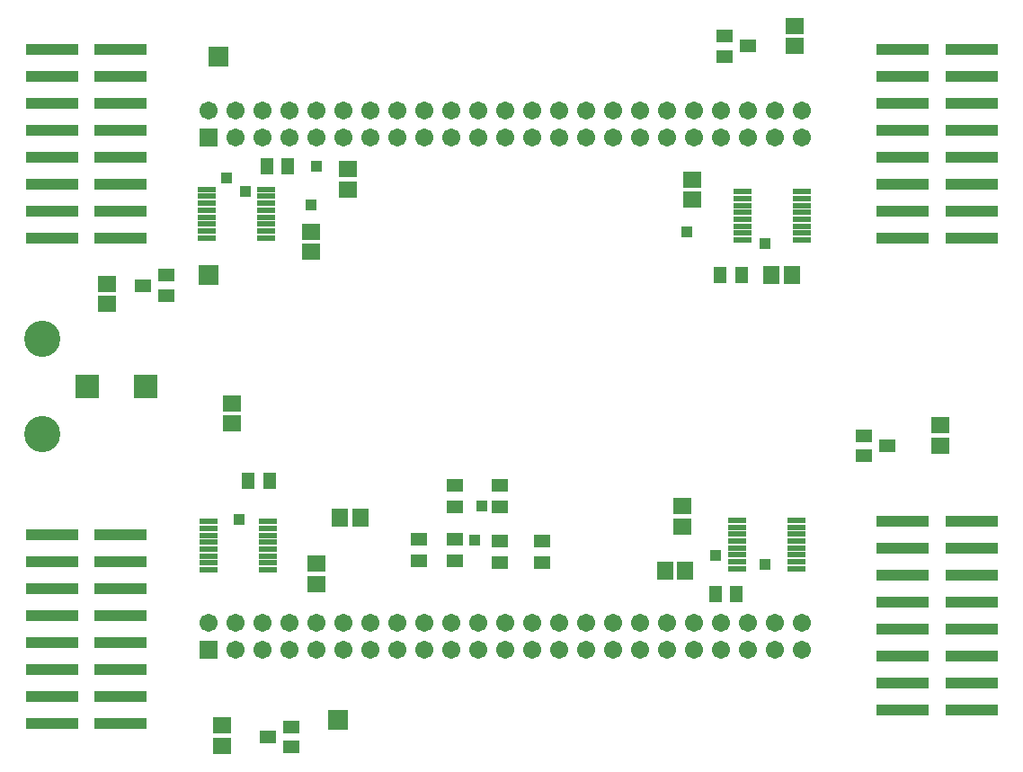
<source format=gts>
G75*
%MOIN*%
%OFA0B0*%
%FSLAX24Y24*%
%IPPOS*%
%LPD*%
%AMOC8*
5,1,8,0,0,1.08239X$1,22.5*
%
%ADD10R,0.0671X0.0592*%
%ADD11R,0.0907X0.0907*%
%ADD12C,0.1340*%
%ADD13R,0.0631X0.0474*%
%ADD14R,0.0631X0.0513*%
%ADD15R,0.0674X0.0674*%
%ADD16C,0.0674*%
%ADD17R,0.1970X0.0430*%
%ADD18R,0.0690X0.0198*%
%ADD19R,0.0513X0.0631*%
%ADD20R,0.0592X0.0671*%
%ADD21R,0.0730X0.0730*%
%ADD22R,0.0437X0.0437*%
D10*
X010583Y002338D03*
X010583Y003087D03*
X014083Y008338D03*
X014083Y009087D03*
X010958Y014276D03*
X010958Y015024D03*
X006333Y018713D03*
X006333Y019462D03*
X013896Y020651D03*
X013896Y021399D03*
X015271Y022963D03*
X015271Y023712D03*
X028021Y023337D03*
X028021Y022588D03*
X031833Y028276D03*
X031833Y029024D03*
X037208Y014212D03*
X037208Y013463D03*
X027646Y011212D03*
X027646Y010463D03*
D11*
X007748Y015650D03*
X005583Y015650D03*
D12*
X003930Y013878D03*
X003930Y017422D03*
D13*
X007650Y019400D03*
X008516Y019026D03*
X008516Y019774D03*
X029213Y027901D03*
X030079Y028275D03*
X029213Y028649D03*
X034400Y013837D03*
X034400Y013088D03*
X035266Y013463D03*
X013141Y003024D03*
X013141Y002276D03*
X012275Y002650D03*
D14*
X017896Y009194D03*
X017896Y009981D03*
X019208Y009981D03*
X019208Y009194D03*
X020896Y009131D03*
X020896Y009919D03*
X022458Y009919D03*
X022458Y009131D03*
X020896Y011194D03*
X020896Y011981D03*
X019208Y011981D03*
X019208Y011194D03*
D15*
X010083Y005900D03*
X010083Y024900D03*
D16*
X010083Y025900D03*
X011083Y025900D03*
X012083Y025900D03*
X012083Y024900D03*
X011083Y024900D03*
X013083Y024900D03*
X014083Y024900D03*
X014083Y025900D03*
X013083Y025900D03*
X015083Y025900D03*
X016083Y025900D03*
X017083Y025900D03*
X017083Y024900D03*
X016083Y024900D03*
X015083Y024900D03*
X018083Y024900D03*
X019083Y024900D03*
X019083Y025900D03*
X018083Y025900D03*
X020083Y025900D03*
X021083Y025900D03*
X021083Y024900D03*
X020083Y024900D03*
X022083Y024900D03*
X023083Y024900D03*
X023083Y025900D03*
X022083Y025900D03*
X024083Y025900D03*
X025083Y025900D03*
X025083Y024900D03*
X024083Y024900D03*
X026083Y024900D03*
X027083Y024900D03*
X028083Y024900D03*
X028083Y025900D03*
X027083Y025900D03*
X026083Y025900D03*
X029083Y025900D03*
X030083Y025900D03*
X030083Y024900D03*
X029083Y024900D03*
X031083Y024900D03*
X032083Y024900D03*
X032083Y025900D03*
X031083Y025900D03*
X031083Y006900D03*
X032083Y006900D03*
X032083Y005900D03*
X031083Y005900D03*
X030083Y005900D03*
X029083Y005900D03*
X028083Y005900D03*
X027083Y005900D03*
X026083Y005900D03*
X025083Y005900D03*
X024083Y005900D03*
X023083Y005900D03*
X022083Y005900D03*
X021083Y005900D03*
X020083Y005900D03*
X019083Y005900D03*
X018083Y005900D03*
X017083Y005900D03*
X016083Y005900D03*
X015083Y005900D03*
X014083Y005900D03*
X013083Y005900D03*
X012083Y005900D03*
X011083Y005900D03*
X011083Y006900D03*
X012083Y006900D03*
X013083Y006900D03*
X014083Y006900D03*
X015083Y006900D03*
X016083Y006900D03*
X017083Y006900D03*
X018083Y006900D03*
X019083Y006900D03*
X020083Y006900D03*
X021083Y006900D03*
X022083Y006900D03*
X023083Y006900D03*
X024083Y006900D03*
X025083Y006900D03*
X026083Y006900D03*
X027083Y006900D03*
X028083Y006900D03*
X029083Y006900D03*
X030083Y006900D03*
X010083Y006900D03*
D17*
X004274Y003150D03*
X004274Y004150D03*
X004274Y005150D03*
X004274Y006150D03*
X004274Y007150D03*
X004274Y008150D03*
X004274Y009150D03*
X004274Y010150D03*
X006833Y010150D03*
X006833Y009150D03*
X006833Y008150D03*
X006833Y007150D03*
X006833Y006150D03*
X006833Y005150D03*
X006833Y004150D03*
X006833Y003150D03*
X006833Y021150D03*
X006833Y022150D03*
X006833Y023150D03*
X006833Y024150D03*
X006833Y025150D03*
X006833Y026150D03*
X006833Y027150D03*
X006833Y028150D03*
X004274Y028150D03*
X004274Y027150D03*
X004274Y026150D03*
X004274Y025150D03*
X004274Y024150D03*
X004274Y023150D03*
X004274Y022150D03*
X004274Y021150D03*
X035833Y021150D03*
X035833Y022150D03*
X035833Y023150D03*
X035833Y024150D03*
X035833Y025150D03*
X035833Y026150D03*
X035833Y027150D03*
X035833Y028150D03*
X038392Y028150D03*
X038392Y027150D03*
X038392Y026150D03*
X038392Y025150D03*
X038392Y024150D03*
X038392Y023150D03*
X038392Y022150D03*
X038392Y021150D03*
X038392Y010650D03*
X038392Y009650D03*
X038392Y008650D03*
X038392Y007650D03*
X038392Y006650D03*
X038392Y005650D03*
X038392Y004650D03*
X038392Y003650D03*
X035833Y003650D03*
X035833Y004650D03*
X035833Y005650D03*
X035833Y006650D03*
X035833Y007650D03*
X035833Y008650D03*
X035833Y009650D03*
X035833Y010650D03*
D18*
X031896Y010691D03*
X031896Y010435D03*
X031896Y010180D03*
X031896Y009924D03*
X031896Y009668D03*
X031896Y009412D03*
X031896Y009156D03*
X031896Y008900D03*
X029691Y008900D03*
X029691Y009156D03*
X029691Y009412D03*
X029691Y009668D03*
X029691Y009924D03*
X029691Y010180D03*
X029691Y010435D03*
X029691Y010691D03*
X029878Y021088D03*
X029878Y021343D03*
X029878Y021599D03*
X029878Y021855D03*
X029878Y022111D03*
X029878Y022367D03*
X029878Y022623D03*
X029878Y022879D03*
X032083Y022879D03*
X032083Y022623D03*
X032083Y022367D03*
X032083Y022111D03*
X032083Y021855D03*
X032083Y021599D03*
X032083Y021343D03*
X032083Y021088D03*
X012225Y021171D03*
X012225Y021427D03*
X012225Y021683D03*
X012225Y021939D03*
X012225Y022195D03*
X012225Y022451D03*
X012225Y022707D03*
X012225Y022963D03*
X010021Y022963D03*
X010021Y022707D03*
X010021Y022451D03*
X010021Y022195D03*
X010021Y021939D03*
X010021Y021683D03*
X010021Y021427D03*
X010021Y021171D03*
X010083Y010650D03*
X010083Y010394D03*
X010083Y010138D03*
X010083Y009882D03*
X010083Y009626D03*
X010083Y009370D03*
X010083Y009115D03*
X010083Y008859D03*
X012288Y008859D03*
X012288Y009115D03*
X012288Y009370D03*
X012288Y009626D03*
X012288Y009882D03*
X012288Y010138D03*
X012288Y010394D03*
X012288Y010650D03*
D19*
X012352Y012150D03*
X011564Y012150D03*
X012252Y023838D03*
X013039Y023838D03*
X029064Y019775D03*
X029852Y019775D03*
X029664Y007963D03*
X028877Y007963D03*
D20*
X027770Y008838D03*
X027022Y008838D03*
X015707Y010775D03*
X014959Y010775D03*
X030959Y019775D03*
X031707Y019775D03*
D21*
X010458Y027900D03*
X010083Y019775D03*
X014896Y003275D03*
D22*
X019958Y009963D03*
X020208Y011213D03*
X028896Y009400D03*
X030739Y009056D03*
X030708Y020963D03*
X027833Y021400D03*
X014083Y023838D03*
X013896Y022400D03*
X011458Y022900D03*
X010771Y023400D03*
X011208Y010713D03*
M02*

</source>
